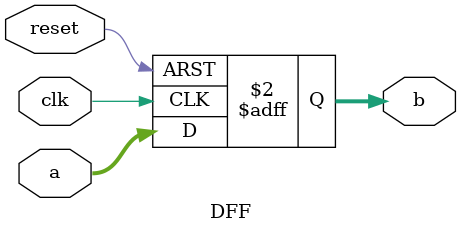
<source format=v>
/*Synchronous and Asychronous DFF*/
//Synchronous DFF
/*module DFF(a, b, clk, reset);
	input [3:0] a;
	input clk, reset;
	output reg [3:0] b;
	
	always @(posedge clk) begin
		if(reset)
			b <= 4'b0000;
		else
			b <= a;
	end
endmodule*/

//Asychronous DFF
module DFF(a, b, clk, reset);
	input [3:0] a;
	input clk, reset;
	output reg [3:0] b;
	
	always @(posedge clk or posedge reset) begin
		if(reset)
			b <= 4'b0000;
		else
			b <= a;
	end
endmodule
</source>
